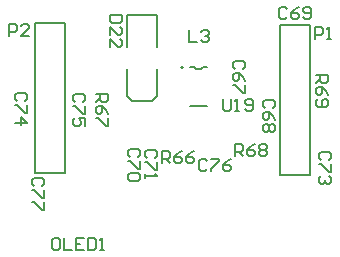
<source format=gto>
%FSTAX26Y26*%
%MOIN*%
%SFA1B1*%

%IPPOS*%
%ADD24C,0.007870*%
%ADD25C,0.010000*%
%ADD26C,0.008000*%
%LNunisolder52_oled-1*%
%LPD*%
G54D24*
X-0015118Y000723D02*
Y001619D01*
X-0004882Y000733D02*
Y001619D01*
X-0015118Y00343D02*
X-0004882D01*
X-0015118Y002367D02*
Y00343D01*
X-0004882Y002367D02*
Y00343D01*
X-0015118Y000725D02*
X-0013347Y0005479D01*
X-0006654D02*
X-0004882Y000725D01*
X-0013347Y0005479D02*
X-0006654D01*
X00359Y-0019D02*
X00459D01*
X00359D02*
Y0031D01*
X00459Y-0019D02*
Y0031D01*
X00359D02*
X00459D01*
X-00458Y-00186D02*
X-00358D01*
X-00458D02*
Y00314D01*
X-00358Y-00186D02*
Y00314D01*
X-00458D02*
X-00358D01*
X0008015Y0016372D02*
X0009585D01*
X0006044Y0003972D02*
X0011556D01*
X0007422Y0016965D02*
X0008015Y0016372D01*
X0006044Y0016965D02*
X0007422D01*
X0009585Y0016372D02*
X0010178Y0016965D01*
X0011556*
G54D25*
X00031Y0016872D02*
X00032D01*
G54D26*
X0033549Y0003338D02*
X0034215Y0004005D01*
Y0005337*
X0033549Y0006004*
X0030883*
X0030217Y0005337*
Y0004005*
X0030883Y0003338*
X0034215Y-0000661D02*
X0033549Y0000672D01*
X0032216Y0002005*
X0030883*
X0030217Y0001339*
Y0000006*
X0030883Y-0000661*
X0031549*
X0032216Y0000006*
Y0002005*
X0033549Y-0001994D02*
X0034215Y-000266D01*
Y-0003993*
X0033549Y-0004659*
X0032882*
X0032216Y-0003993*
X0031549Y-0004659*
X0030883*
X0030217Y-0003993*
Y-000266*
X0030883Y-0001994*
X0031549*
X0032216Y-000266*
X0032882Y-0001994*
X0033549*
X0032216Y-000266D02*
Y-0003993D01*
X-0048932Y00057D02*
X-0048265Y0006367D01*
Y00077*
X-0048932Y0008366*
X-0051597*
X-0052264Y00077*
Y0006367*
X-0051597Y00057*
X-0048265Y0004367D02*
Y0001702D01*
X-0048932*
X-0051597Y0004367*
X-0052264*
Y-0001631D02*
X-0048265D01*
X-0050264Y0000369*
Y-0002297*
X0052446Y-0014182D02*
X0053113Y-0013515D01*
Y-0012182*
X0052446Y-0011516*
X0049781*
X0049114Y-0012182*
Y-0013515*
X0049781Y-0014182*
X0053113Y-0015515D02*
Y-001818D01*
X0052446*
X0049781Y-0015515*
X0049114*
X0052446Y-0019513D02*
X0053113Y-002018D01*
Y-0021512*
X0052446Y-0022179*
X005178*
X0051113Y-0021512*
Y-0020846*
Y-0021512*
X0050447Y-0022179*
X0049781*
X0049114Y-0021512*
Y-002018*
X0049781Y-0019513*
X-0043321Y-0022941D02*
X-0042655Y-0022275D01*
Y-0020942*
X-0043321Y-0020276*
X-0045987*
X-0046654Y-0020942*
Y-0022275*
X-0045987Y-0022941*
X-0042655Y-0024274D02*
Y-002694D01*
X-0043321*
X-0045987Y-0024274*
X-0046654*
X-0042655Y-0028273D02*
Y-0030939D01*
X-0043321*
X-0045987Y-0028273*
X-0046654*
X0047736Y0026181D02*
Y003018D01*
X0049736*
X0050402Y0029513*
Y0028181*
X0049736Y0027514*
X0047736*
X0051735Y0026181D02*
X0053068D01*
X0052401*
Y003018*
X0051735Y0029513*
X-0054232Y0027362D02*
Y0031361D01*
X-0052233*
X-0051566Y0030694*
Y0029362*
X-0052233Y0028695*
X-0054232*
X-0047568Y0027362D02*
X-0050234D01*
X-0047568Y0030028*
Y0030694*
X-0048234Y0031361*
X-0049567*
X-0050234Y0030694*
X0016929Y0006361D02*
Y0003029D01*
X0017596Y0002362*
X0018928*
X0019595Y0003029*
Y0006361*
X0020928Y0002362D02*
X0022261D01*
X0021594*
Y0006361*
X0020928Y0005694*
X002426Y0003029D02*
X0024927Y0002362D01*
X0026259*
X0026926Y0003029*
Y0005694*
X0026259Y0006361*
X0024927*
X002426Y0005694*
Y0005028*
X0024927Y0004361*
X0026926*
X0021161Y-0012697D02*
Y-0008698D01*
X0023161*
X0023827Y-0009365*
Y-0010697*
X0023161Y-0011364*
X0021161*
X0022494D02*
X0023827Y-0012697D01*
X0027826Y-0008698D02*
X0026493Y-0009365D01*
X002516Y-0010697*
Y-001203*
X0025826Y-0012697*
X0027159*
X0027826Y-001203*
Y-0011364*
X0027159Y-0010697*
X002516*
X0029159Y-0009365D02*
X0029825Y-0008698D01*
X0031158*
X0031825Y-0009365*
Y-0010031*
X0031158Y-0010697*
X0031825Y-0011364*
Y-001203*
X0031158Y-0012697*
X0029825*
X0029159Y-001203*
Y-0011364*
X0029825Y-0010697*
X0029159Y-0010031*
Y-0009365*
X0029825Y-0010697D02*
X0031158D01*
X-0025197Y0007874D02*
X-0021198D01*
Y0005875*
X-0021865Y0005208*
X-0023198*
X-0023864Y0005875*
Y0007874*
Y0006541D02*
X-0025197Y0005208D01*
X-0021198Y0001209D02*
X-0021865Y0002542D01*
X-0023198Y0003875*
X-002453*
X-0025197Y0003209*
Y0001876*
X-002453Y0001209*
X-0023864*
X-0023198Y0001876*
Y0003875*
X-0021198Y-0000123D02*
Y-0002789D01*
X-0021865*
X-002453Y-0000123*
X-0025197*
X-0003347Y-0015059D02*
Y-001106D01*
X-0001347*
X-0000681Y-0011727*
Y-001306*
X-0001347Y-0013726*
X-0003347*
X-0002014D02*
X-0000681Y-0015059D01*
X0003318Y-001106D02*
X0001985Y-0011727D01*
X0000652Y-001306*
Y-0014393*
X0001319Y-0015059*
X0002652*
X0003318Y-0014393*
Y-0013726*
X0002652Y-001306*
X0000652*
X0007317Y-001106D02*
X0005984Y-0011727D01*
X0004651Y-001306*
Y-0014393*
X0005317Y-0015059*
X000665*
X0007317Y-0014393*
Y-0013726*
X000665Y-001306*
X0004651*
X-0038101Y-0040001D02*
X-0039434D01*
X-00401Y-0040668*
Y-0043334*
X-0039434Y-0044*
X-0038101*
X-0037434Y-0043334*
Y-0040668*
X-0038101Y-0040001*
X-0036101D02*
Y-0044D01*
X-0033435*
X-0029437Y-0040001D02*
X-0032103D01*
Y-0044*
X-0029437*
X-0032103Y-0042001D02*
X-003077D01*
X-0028104Y-0040001D02*
Y-0044D01*
X-0026105*
X-0025438Y-0043334*
Y-0040668*
X-0026105Y-0040001*
X-0028104*
X-0024105Y-0044D02*
X-0022772D01*
X-0023439*
Y-0040001*
X-0024105Y-0040668*
X000561Y0029196D02*
Y0025197D01*
X0008276*
X0009609Y0028529D02*
X0010275Y0029196D01*
X0011608*
X0012275Y0028529*
Y0027863*
X0011608Y0027196*
X0010942*
X0011608*
X0012275Y002653*
Y0025863*
X0011608Y0025197*
X0010275*
X0009609Y0025863*
X-0016769Y0034252D02*
X-0020768D01*
Y0032253*
X-0020101Y0031586*
X-0017436*
X-0016769Y0032253*
Y0034252*
X-0020768Y0027588D02*
Y0030253D01*
X-0018102Y0027588*
X-0017436*
X-0016769Y0028254*
Y0029587*
X-0017436Y0030253*
X-0020768Y0023589D02*
Y0026255D01*
X-0018102Y0023589*
X-0017436*
X-0016769Y0024255*
Y0025588*
X-0017436Y0026255*
X-0029739Y0005208D02*
X-0029072Y0005875D01*
Y0007208*
X-0029739Y0007874*
X-0032404*
X-0033071Y0007208*
Y0005875*
X-0032404Y0005208*
X-0029072Y0003875D02*
Y0001209D01*
X-0029739*
X-0032404Y0003875*
X-0033071*
X-0029072Y-0002789D02*
Y-0000123D01*
X-0031071*
X-0030405Y-0001456*
Y-0002123*
X-0031071Y-0002789*
X-0032404*
X-0033071Y-0002123*
Y-000079*
X-0032404Y-0000123*
X0038493Y0036206D02*
X0037826Y0036873D01*
X0036493*
X0035827Y0036206*
Y003354*
X0036493Y0032874*
X0037826*
X0038493Y003354*
X0042491Y0036873D02*
X0041158Y0036206D01*
X0039825Y0034873*
Y003354*
X0040492Y0032874*
X0041825*
X0042491Y003354*
Y0034207*
X0041825Y0034873*
X0039825*
X0043824Y003354D02*
X0044491Y0032874D01*
X0045823*
X004649Y003354*
Y0036206*
X0045823Y0036873*
X0044491*
X0043824Y0036206*
Y003554*
X0044491Y0034873*
X004649*
X0023805Y0016133D02*
X0024471Y00168D01*
Y0018133*
X0023805Y0018799*
X0021139*
X0020472Y0018133*
Y00168*
X0021139Y0016133*
X0024471Y0012135D02*
X0023805Y0013468D01*
X0022472Y00148*
X0021139*
X0020472Y0014134*
Y0012801*
X0021139Y0012135*
X0021805*
X0022472Y0012801*
Y00148*
X0024471Y0010802D02*
Y0008136D01*
X0023805*
X0021139Y0010802*
X0020472*
X-0005723Y-0013493D02*
X-0005056Y-0012826D01*
Y-0011493*
X-0005723Y-0010827*
X-0008389*
X-0009055Y-0011493*
Y-0012826*
X-0008389Y-0013493*
X-0005056Y-0014826D02*
Y-0017491D01*
X-0005723*
X-0008389Y-0014826*
X-0009055*
Y-0018824D02*
Y-0020157D01*
Y-0019491*
X-0005056*
X-0005723Y-0018824*
X-0011391Y-0013137D02*
X-0010724Y-0012471D01*
Y-0011138*
X-0011391Y-0010471*
X-0014057*
X-0014723Y-0011138*
Y-0012471*
X-0014057Y-0013137*
X-0010724Y-001447D02*
Y-0017136D01*
X-0011391*
X-0014057Y-001447*
X-0014723*
X-0011391Y-0018469D02*
X-0010724Y-0019135D01*
Y-0020468*
X-0011391Y-0021135*
X-0014057*
X-0014723Y-0020468*
Y-0019135*
X-0014057Y-0018469*
X-0011391*
X004813Y0014272D02*
X0052129D01*
Y0012272*
X0051462Y0011606*
X0050129*
X0049463Y0012272*
Y0014272*
Y0012939D02*
X004813Y0011606D01*
X0052129Y0007607D02*
X0051462Y000894D01*
X0050129Y0010273*
X0048796*
X004813Y0009606*
Y0008274*
X0048796Y0007607*
X0049463*
X0050129Y0008274*
Y0010273*
X0048796Y0006274D02*
X004813Y0005608D01*
Y0004275*
X0048796Y0003608*
X0051462*
X0052129Y0004275*
Y0005608*
X0051462Y0006274*
X0050796*
X0050129Y0005608*
Y0003608*
X0011721Y-0014286D02*
X0011054Y-0013619D01*
X0009721*
X0009055Y-0014286*
Y-0016952*
X0009721Y-0017618*
X0011054*
X0011721Y-0016952*
X0013054Y-0013619D02*
X001572D01*
Y-0014286*
X0013054Y-0016952*
Y-0017618*
X0019718Y-0013619D02*
X0018385Y-0014286D01*
X0017052Y-0015619*
Y-0016952*
X0017719Y-0017618*
X0019052*
X0019718Y-0016952*
Y-0016285*
X0019052Y-0015619*
X0017052*
M02*
</source>
